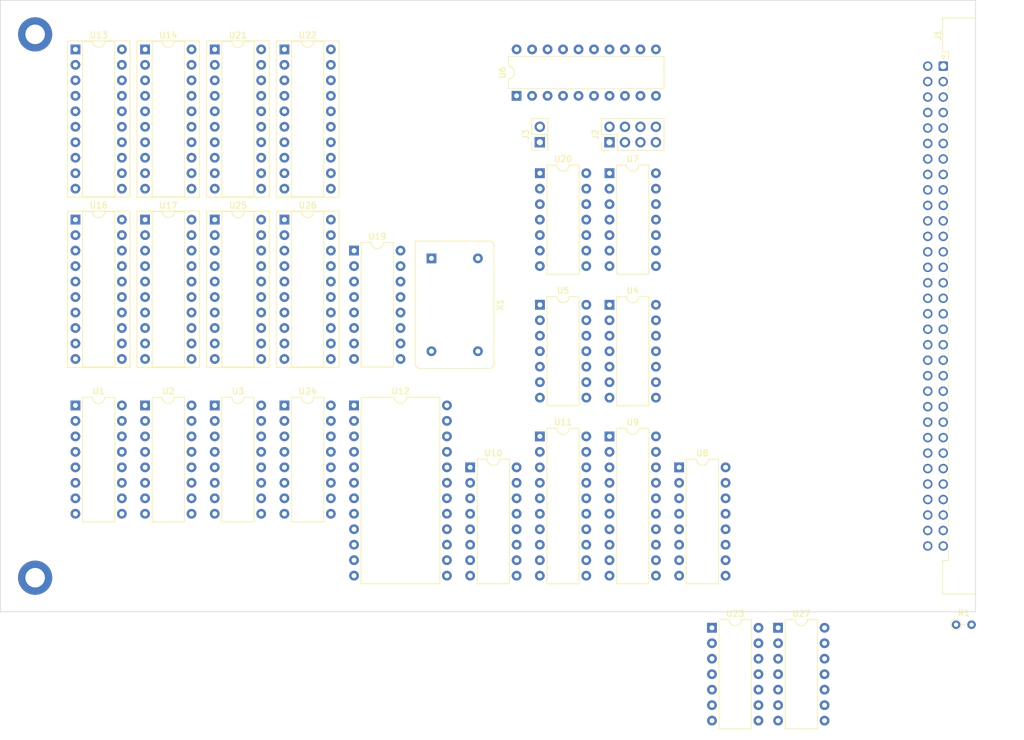
<source format=kicad_pcb>
(kicad_pcb (version 20221018) (generator pcbnew)
  (layers (0 "F.Cu" signal) (31 "B.Cu" signal) (34 "B.Paste" user) (35 "F.Paste" user) (36 "B.SilkS" user "B.Silkscreen") (37 "F.SilkS" user "F.Silkscreen") (38 "B.Mask" user) (39 "F.Mask" user) (44 "Edge.Cuts" user))
  (net 0 "")
  (net 2 "GND")
  (net 31 "+5V")
  (net 60 "/REGBNK2")
  (net 61 "/REGBNK1")
  (net 62 "/REGBNK0")
  (net 63 "/MBA12")
  (net 64 "/MBA13")
  (net 65 "/MBA14")
  (net 66 "/MBA15")
  (net 67 "/MBA16")
  (net 68 "/MBA17")
  (net 69 "/MBA18")
  (net 70 "/MBPROT")
  (net 71 "/~{WRMAP}")
  (net 72 "/~{IOREQ}")
  (net 73 "/CA2")
  (net 74 "/CA3")
  (net 75 "/CA4")
  (net 76 "/CA5")
  (net 77 "/CA6")
  (net 78 "/CA7")
  (net 79 "/~{CARDSEL}")
  (net 80 "/~{CSMAP}")
  (net 81 "/REGMAP0")
  (net 82 "/CA12")
  (net 83 "/REGMAP1")
  (net 84 "/CA13")
  (net 85 "/CA14")
  (net 86 "/REGMAP2")
  (net 87 "/CA15")
  (net 88 "/REGMAP3")
  (net 89 "/~{WR}")
  (net 90 "/CD0")
  (net 91 "/CD1")
  (net 92 "/CD2")
  (net 93 "/CD3")
  (net 94 "/CD4")
  (net 95 "/CD5")
  (net 96 "/CD6")
  (net 97 "/CD7")
  (net 98 "/~{MWR}")
  (net 99 "/~{MREQ}")
  (net 100 "/~{CURPROT}")
  (net 103 "/~{WRREG}")
  (net 104 "/MPROTEN")
  (net 105 "/CA1")
  (net 106 "/CA0")
  (net 107 "/~{CSREG}")
  (net 116 "/JENA19")
  (net 117 "/~{MMUX}")
  (net 118 "/CA9")
  (net 119 "/MMA0")
  (net 120 "/CA10")
  (net 121 "/MMA1")
  (net 123 "/MMA2")
  (net 124 "/CA11")
  (net 125 "/MMA3")
  (net 126 "/MUXEN")
  (net 128 "/MMA4")
  (net 129 "/MMA5")
  (net 131 "/MMA6")
  (net 132 "/MMA7")
  (net 134 "/CA8")
  (net 135 "/MMA8")
  (net 147 "Net-(U23-Pad13)")
  (net 148 "/~{CSCONF}")
  (net 149 "/~{RD}")
  (net 150 "Net-(U5-Pad13)")
  (net 160 "/~{CSPROT}")
  (net 163 "/REGBNK3")
  (net 164 "Net-(U10-Za)")
  (net 165 "Net-(U10-Zb)")
  (net 166 "Net-(U10-Zc)")
  (net 167 "Net-(U10-Zd)")
  (net 168 "/MDA0")
  (net 169 "/MDA1")
  (net 170 "/~{DBANK1_WR}")
  (net 171 "/~{MRAS}")
  (net 172 "/~{DBANK1_RD}")
  (net 173 "/~{MCAS}")
  (net 174 "/MDA2")
  (net 175 "/MDA3")
  (net 176 "/~{DBANK2_WR}")
  (net 177 "/~{DBANK2_RD}")
  (net 178 "/MDA4")
  (net 179 "/MDA5")
  (net 180 "/MDA6")
  (net 181 "/MDA7")
  (net 182 "/~{DBANK3_WR}")
  (net 183 "/~{DBANK3_RD}")
  (net 184 "/~{DBANK4_WR}")
  (net 185 "/~{DBANK4_RD}")
  (net 186 "Net-(U23-Pad12)")
  (net 191 "Net-(U19-RCLK)")
  (net 192 "/~{RESET}")
  (net 202 "/~{NMI}")
  (net 211 "/~{MCASR}")
  (net 219 "/~{REFRSH}")
  (net 220 "Net-(U15-Pad3)")
  (net 231 "/MBA19")
  (footprint "Package_DIP:DIP-24_W15.24mm" (layer "F.Cu") (at 116.835 83.815)
    (fp_text reference "U12")
    (fp_text value "~")
  )
  (footprint "Package_DIP:DIP-20_W7.62mm_Socket" (layer "F.Cu") (at 93.98 25.4)
    (fp_text reference "U21")
    (fp_text value "~")
  )
  (footprint "Package_DIP:DIP-14_W7.62mm" (layer "F.Cu") (at 158.75 45.72)
    (fp_text reference "U7")
    (fp_text value "74LS125")
  )
  (footprint "Package_DIP:DIP-14_W7.62mm" (layer "F.Cu") (at 147.33 67.305)
    (fp_text reference "U5")
    (fp_text value "74LS02")
  )
  (footprint "Connector_PinHeader_2.54mm:PinHeader_2x01_P2.54mm_Vertical" (layer "F.Cu") (at 147.32 40.64 90)
    (fp_text reference "J3")
    (fp_text value "ENA19")
  )
  (footprint "Package_DIP:DIP-16_W7.62mm" (layer "F.Cu") (at 93.98 83.82)
    (fp_text reference "U3")
    (fp_text value "74LS157")
  )
  (footprint "Package_DIP:DIP-16_W7.62mm" (layer "F.Cu") (at 170.18 93.98)
    (fp_text reference "U8")
    (fp_text value "74LS139")
  )
  (footprint "Package_DIP:DIP-20_W7.62mm_Socket" (layer "F.Cu") (at 82.55 53.34)
    (fp_text reference "U17")
    (fp_text value "~")
  )
  (footprint "Package_DIP:DIP-20_W7.62mm" (layer "F.Cu") (at 143.51 33.02 90)
    (fp_text reference "U6")
    (fp_text value "74LS688")
  )
  (footprint "Package_DIP:DIP-16_W7.62mm" (layer "F.Cu") (at 105.41 83.82)
    (fp_text reference "U24")
    (fp_text value "74LS138")
  )
  (footprint "Package_DIP:DIP-16_W7.62mm" (layer "F.Cu") (at 82.55 83.82)
    (fp_text reference "U2")
    (fp_text value "74LS157")
  )
  (footprint "Package_DIP:DIP-14_W7.62mm" (layer "F.Cu") (at 186.418 120.304)
    (fp_text reference "U27")
    (fp_text value "74LS02")
  )
  (footprint "Package_DIP:DIP-14_W7.62mm" (layer "F.Cu") (at 158.75 67.31)
    (fp_text reference "U4")
    (fp_text value "74LS74")
  )
  (footprint "Package_DIP:DIP-20_W7.62mm_Socket" (layer "F.Cu") (at 105.41 25.4)
    (fp_text reference "U22")
    (fp_text value "~")
  )
  (footprint "Package_DIP:DIP-16_W7.62mm" (layer "F.Cu") (at 135.89 93.98)
    (fp_text reference "U10")
    (fp_text value "74LS157")
  )
  (footprint "Oscillator:Oscillator_DIP-14" (layer "F.Cu") (at 129.54 59.69 -90)
    (fp_text reference "X1")
    (fp_text value "25MHz")
  )
  (footprint "Package_DIP:DIP-20_W7.62mm_Socket" (layer "F.Cu") (at 82.55 25.4)
    (fp_text reference "U14")
    (fp_text value "~")
  )
  (footprint "Package_DIP:DIP-20_W7.62mm_Socket" (layer "F.Cu") (at 71.12 25.4)
    (fp_text reference "U13")
    (fp_text value "~")
  )
  (footprint "Package_DIP:DIP-16_W7.62mm" (layer "F.Cu") (at 116.84 58.42)
    (fp_text reference "U19")
    (fp_text value "74LS595")
  )
  (footprint "Connector_PinHeader_2.54mm:PinHeader_2x04_P2.54mm_Vertical" (layer "F.Cu") (at 158.75 40.64 90)
    (fp_text reference "J2")
    (fp_text value "CTC_CLK_SEL")
  )
  (footprint "Package_DIP:DIP-16_W7.62mm" (layer "F.Cu") (at 71.12 83.82)
    (fp_text reference "U1")
    (fp_text value "74LS157")
  )
  (footprint "Package_DIP:DIP-20_W7.62mm_Socket" (layer "F.Cu") (at 105.41 53.34)
    (fp_text reference "U26")
    (fp_text value "~")
  )
  (footprint "Package_DIP:DIP-20_W7.62mm_Socket" (layer "F.Cu") (at 93.98 53.34)
    (fp_text reference "U25")
    (fp_text value "~")
  )
  (footprint "Package_DIP:DIP-20_W7.62mm" (layer "F.Cu") (at 158.75 88.9)
    (fp_text reference "U9")
    (fp_text value "74LS374")
  )
  (footprint "Package_DIP:DIP-14_W7.62mm" (layer "F.Cu") (at 147.32 45.72)
    (fp_text reference "U20")
    (fp_text value "74LS04")
  )
  (footprint "Dennis:Z8C Card" (layer "F.Cu") (at 215.003 67.514)
    (fp_text reference "J1")
    (fp_text value "Z8C_Card")
    (fp_line (start -156.21 -50.165) (end -156.21 50.165) (stroke (width 0.1)) (layer "Edge.Cuts"))
    (fp_line (start -156.21 50.165) (end 3.81 50.165) (stroke (width 0.1)) (layer "Edge.Cuts"))
    (fp_line (start 3.81 -50.165) (end -156.21 -50.165) (stroke (width 0.1)) (layer "Edge.Cuts"))
    (fp_line (start 3.81 50.165) (end 3.81 -50.165) (stroke (width 0.1)) (layer "Edge.Cuts"))
  )
  (footprint "Package_DIP:DIP-14_W7.62mm" (layer "F.Cu") (at 175.568 120.304)
    (fp_text reference "U23")
    (fp_text value "74LS06")
  )
  (footprint "Package_DIP:DIP-20_W7.62mm" (layer "F.Cu") (at 147.32 88.9)
    (fp_text reference "U11")
    (fp_text value "74LS245")
  )
  (footprint "Resistor_THT:R_Axial_DIN0204_L3.6mm_D1.6mm_P2.54mm_Vertical" (layer "F.Cu") (at 215.618 119.804)
    (fp_text reference "R1")
    (fp_text value "4.7k")
  )
  (footprint "Package_DIP:DIP-20_W7.62mm_Socket" (layer "F.Cu") (at 71.12 53.34)
    (fp_text reference "U16")
    (fp_text value "~")
  )
)
</source>
